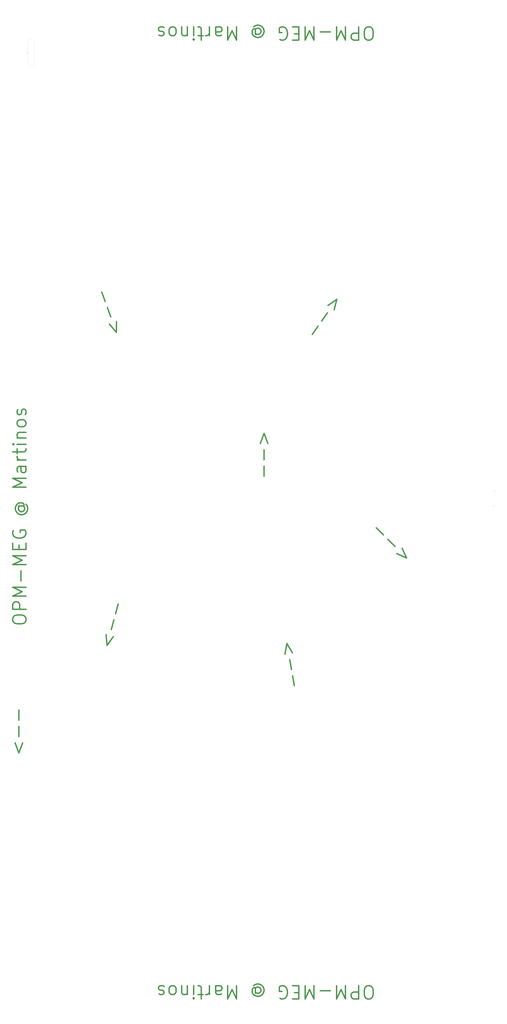
<source format=gbr>
%TF.GenerationSoftware,KiCad,Pcbnew,7.0.1-3b83917a11~172~ubuntu22.04.1*%
%TF.CreationDate,2023-12-10T13:38:52-05:00*%
%TF.ProjectId,coil_template_second,636f696c-5f74-4656-9d70-6c6174655f73,rev?*%
%TF.SameCoordinates,Original*%
%TF.FileFunction,Legend,Top*%
%TF.FilePolarity,Positive*%
%FSLAX46Y46*%
G04 Gerber Fmt 4.6, Leading zero omitted, Abs format (unit mm)*
G04 Created by KiCad (PCBNEW 7.0.1-3b83917a11~172~ubuntu22.04.1) date 2023-12-10 13:38:52*
%MOMM*%
%LPD*%
G01*
G04 APERTURE LIST*
%ADD10C,2.000000*%
%ADD11C,0.150000*%
%ADD12C,0.120000*%
G04 APERTURE END LIST*
D10*
X470286793Y-485833248D02*
X479027006Y-473350931D01*
X484489639Y-465549483D02*
X493229851Y-453067166D01*
X494011615Y-441988138D02*
X507432696Y-432783401D01*
X507432696Y-432783401D02*
X503373353Y-448543297D01*
X567144216Y-778161263D02*
X577919176Y-788936224D01*
X584653527Y-795670574D02*
X595428487Y-806445535D01*
X606203448Y-809139275D02*
X612937798Y-823954846D01*
X612937798Y-823954846D02*
X598122228Y-817220495D01*
X557619047Y-1490747619D02*
X553809523Y-1490747619D01*
X553809523Y-1490747619D02*
X551904761Y-1489795238D01*
X551904761Y-1489795238D02*
X549999999Y-1487890476D01*
X549999999Y-1487890476D02*
X549047618Y-1484080952D01*
X549047618Y-1484080952D02*
X549047618Y-1477414285D01*
X549047618Y-1477414285D02*
X549999999Y-1473604761D01*
X549999999Y-1473604761D02*
X551904761Y-1471700000D01*
X551904761Y-1471700000D02*
X553809523Y-1470747619D01*
X553809523Y-1470747619D02*
X557619047Y-1470747619D01*
X557619047Y-1470747619D02*
X559523809Y-1471700000D01*
X559523809Y-1471700000D02*
X561428571Y-1473604761D01*
X561428571Y-1473604761D02*
X562380952Y-1477414285D01*
X562380952Y-1477414285D02*
X562380952Y-1484080952D01*
X562380952Y-1484080952D02*
X561428571Y-1487890476D01*
X561428571Y-1487890476D02*
X559523809Y-1489795238D01*
X559523809Y-1489795238D02*
X557619047Y-1490747619D01*
X540476190Y-1470747619D02*
X540476190Y-1490747619D01*
X540476190Y-1490747619D02*
X532857142Y-1490747619D01*
X532857142Y-1490747619D02*
X530952380Y-1489795238D01*
X530952380Y-1489795238D02*
X529999999Y-1488842857D01*
X529999999Y-1488842857D02*
X529047618Y-1486938095D01*
X529047618Y-1486938095D02*
X529047618Y-1484080952D01*
X529047618Y-1484080952D02*
X529999999Y-1482176190D01*
X529999999Y-1482176190D02*
X530952380Y-1481223809D01*
X530952380Y-1481223809D02*
X532857142Y-1480271428D01*
X532857142Y-1480271428D02*
X540476190Y-1480271428D01*
X520476190Y-1470747619D02*
X520476190Y-1490747619D01*
X520476190Y-1490747619D02*
X513809523Y-1476461904D01*
X513809523Y-1476461904D02*
X507142856Y-1490747619D01*
X507142856Y-1490747619D02*
X507142856Y-1470747619D01*
X497619047Y-1478366666D02*
X482380952Y-1478366666D01*
X472857142Y-1470747619D02*
X472857142Y-1490747619D01*
X472857142Y-1490747619D02*
X466190475Y-1476461904D01*
X466190475Y-1476461904D02*
X459523808Y-1490747619D01*
X459523808Y-1490747619D02*
X459523808Y-1470747619D01*
X449999999Y-1481223809D02*
X443333332Y-1481223809D01*
X440476189Y-1470747619D02*
X449999999Y-1470747619D01*
X449999999Y-1470747619D02*
X449999999Y-1490747619D01*
X449999999Y-1490747619D02*
X440476189Y-1490747619D01*
X421428570Y-1489795238D02*
X423333332Y-1490747619D01*
X423333332Y-1490747619D02*
X426190475Y-1490747619D01*
X426190475Y-1490747619D02*
X429047618Y-1489795238D01*
X429047618Y-1489795238D02*
X430952380Y-1487890476D01*
X430952380Y-1487890476D02*
X431904761Y-1485985714D01*
X431904761Y-1485985714D02*
X432857142Y-1482176190D01*
X432857142Y-1482176190D02*
X432857142Y-1479319047D01*
X432857142Y-1479319047D02*
X431904761Y-1475509523D01*
X431904761Y-1475509523D02*
X430952380Y-1473604761D01*
X430952380Y-1473604761D02*
X429047618Y-1471700000D01*
X429047618Y-1471700000D02*
X426190475Y-1470747619D01*
X426190475Y-1470747619D02*
X424285713Y-1470747619D01*
X424285713Y-1470747619D02*
X421428570Y-1471700000D01*
X421428570Y-1471700000D02*
X420476189Y-1472652380D01*
X420476189Y-1472652380D02*
X420476189Y-1479319047D01*
X420476189Y-1479319047D02*
X424285713Y-1479319047D01*
X384285713Y-1480271428D02*
X385238094Y-1481223809D01*
X385238094Y-1481223809D02*
X387142856Y-1482176190D01*
X387142856Y-1482176190D02*
X389047618Y-1482176190D01*
X389047618Y-1482176190D02*
X390952380Y-1481223809D01*
X390952380Y-1481223809D02*
X391904761Y-1480271428D01*
X391904761Y-1480271428D02*
X392857142Y-1478366666D01*
X392857142Y-1478366666D02*
X392857142Y-1476461904D01*
X392857142Y-1476461904D02*
X391904761Y-1474557142D01*
X391904761Y-1474557142D02*
X390952380Y-1473604761D01*
X390952380Y-1473604761D02*
X389047618Y-1472652380D01*
X389047618Y-1472652380D02*
X387142856Y-1472652380D01*
X387142856Y-1472652380D02*
X385238094Y-1473604761D01*
X385238094Y-1473604761D02*
X384285713Y-1474557142D01*
X384285713Y-1482176190D02*
X384285713Y-1474557142D01*
X384285713Y-1474557142D02*
X383333332Y-1473604761D01*
X383333332Y-1473604761D02*
X382380951Y-1473604761D01*
X382380951Y-1473604761D02*
X380476190Y-1474557142D01*
X380476190Y-1474557142D02*
X379523809Y-1476461904D01*
X379523809Y-1476461904D02*
X379523809Y-1481223809D01*
X379523809Y-1481223809D02*
X381428571Y-1484080952D01*
X381428571Y-1484080952D02*
X384285713Y-1485985714D01*
X384285713Y-1485985714D02*
X388095237Y-1486938095D01*
X388095237Y-1486938095D02*
X391904761Y-1485985714D01*
X391904761Y-1485985714D02*
X394761904Y-1484080952D01*
X394761904Y-1484080952D02*
X396666666Y-1481223809D01*
X396666666Y-1481223809D02*
X397619047Y-1477414285D01*
X397619047Y-1477414285D02*
X396666666Y-1473604761D01*
X396666666Y-1473604761D02*
X394761904Y-1470747619D01*
X394761904Y-1470747619D02*
X391904761Y-1468842857D01*
X391904761Y-1468842857D02*
X388095237Y-1467890476D01*
X388095237Y-1467890476D02*
X384285713Y-1468842857D01*
X384285713Y-1468842857D02*
X381428571Y-1470747619D01*
X355714285Y-1470747619D02*
X355714285Y-1490747619D01*
X355714285Y-1490747619D02*
X349047618Y-1476461904D01*
X349047618Y-1476461904D02*
X342380951Y-1490747619D01*
X342380951Y-1490747619D02*
X342380951Y-1470747619D01*
X324285713Y-1470747619D02*
X324285713Y-1481223809D01*
X324285713Y-1481223809D02*
X325238094Y-1483128571D01*
X325238094Y-1483128571D02*
X327142856Y-1484080952D01*
X327142856Y-1484080952D02*
X330952380Y-1484080952D01*
X330952380Y-1484080952D02*
X332857142Y-1483128571D01*
X324285713Y-1471700000D02*
X326190475Y-1470747619D01*
X326190475Y-1470747619D02*
X330952380Y-1470747619D01*
X330952380Y-1470747619D02*
X332857142Y-1471700000D01*
X332857142Y-1471700000D02*
X333809523Y-1473604761D01*
X333809523Y-1473604761D02*
X333809523Y-1475509523D01*
X333809523Y-1475509523D02*
X332857142Y-1477414285D01*
X332857142Y-1477414285D02*
X330952380Y-1478366666D01*
X330952380Y-1478366666D02*
X326190475Y-1478366666D01*
X326190475Y-1478366666D02*
X324285713Y-1479319047D01*
X314761904Y-1470747619D02*
X314761904Y-1484080952D01*
X314761904Y-1480271428D02*
X313809523Y-1482176190D01*
X313809523Y-1482176190D02*
X312857142Y-1483128571D01*
X312857142Y-1483128571D02*
X310952380Y-1484080952D01*
X310952380Y-1484080952D02*
X309047618Y-1484080952D01*
X305238095Y-1484080952D02*
X297619047Y-1484080952D01*
X302380952Y-1490747619D02*
X302380952Y-1473604761D01*
X302380952Y-1473604761D02*
X301428571Y-1471700000D01*
X301428571Y-1471700000D02*
X299523809Y-1470747619D01*
X299523809Y-1470747619D02*
X297619047Y-1470747619D01*
X290952381Y-1470747619D02*
X290952381Y-1484080952D01*
X290952381Y-1490747619D02*
X291904762Y-1489795238D01*
X291904762Y-1489795238D02*
X290952381Y-1488842857D01*
X290952381Y-1488842857D02*
X290000000Y-1489795238D01*
X290000000Y-1489795238D02*
X290952381Y-1490747619D01*
X290952381Y-1490747619D02*
X290952381Y-1488842857D01*
X281428571Y-1484080952D02*
X281428571Y-1470747619D01*
X281428571Y-1482176190D02*
X280476190Y-1483128571D01*
X280476190Y-1483128571D02*
X278571428Y-1484080952D01*
X278571428Y-1484080952D02*
X275714285Y-1484080952D01*
X275714285Y-1484080952D02*
X273809523Y-1483128571D01*
X273809523Y-1483128571D02*
X272857142Y-1481223809D01*
X272857142Y-1481223809D02*
X272857142Y-1470747619D01*
X260476190Y-1470747619D02*
X262380952Y-1471700000D01*
X262380952Y-1471700000D02*
X263333333Y-1472652380D01*
X263333333Y-1472652380D02*
X264285714Y-1474557142D01*
X264285714Y-1474557142D02*
X264285714Y-1480271428D01*
X264285714Y-1480271428D02*
X263333333Y-1482176190D01*
X263333333Y-1482176190D02*
X262380952Y-1483128571D01*
X262380952Y-1483128571D02*
X260476190Y-1484080952D01*
X260476190Y-1484080952D02*
X257619047Y-1484080952D01*
X257619047Y-1484080952D02*
X255714285Y-1483128571D01*
X255714285Y-1483128571D02*
X254761904Y-1482176190D01*
X254761904Y-1482176190D02*
X253809523Y-1480271428D01*
X253809523Y-1480271428D02*
X253809523Y-1474557142D01*
X253809523Y-1474557142D02*
X254761904Y-1472652380D01*
X254761904Y-1472652380D02*
X255714285Y-1471700000D01*
X255714285Y-1471700000D02*
X257619047Y-1470747619D01*
X257619047Y-1470747619D02*
X260476190Y-1470747619D01*
X246190476Y-1471700000D02*
X244285714Y-1470747619D01*
X244285714Y-1470747619D02*
X240476190Y-1470747619D01*
X240476190Y-1470747619D02*
X238571428Y-1471700000D01*
X238571428Y-1471700000D02*
X237619047Y-1473604761D01*
X237619047Y-1473604761D02*
X237619047Y-1474557142D01*
X237619047Y-1474557142D02*
X238571428Y-1476461904D01*
X238571428Y-1476461904D02*
X240476190Y-1477414285D01*
X240476190Y-1477414285D02*
X243333333Y-1477414285D01*
X243333333Y-1477414285D02*
X245238095Y-1478366666D01*
X245238095Y-1478366666D02*
X246190476Y-1480271428D01*
X246190476Y-1480271428D02*
X246190476Y-1481223809D01*
X246190476Y-1481223809D02*
X245238095Y-1483128571D01*
X245238095Y-1483128571D02*
X243333333Y-1484080952D01*
X243333333Y-1484080952D02*
X240476190Y-1484080952D01*
X240476190Y-1484080952D02*
X238571428Y-1483128571D01*
X26562680Y-1053910030D02*
X26562680Y-1069148126D01*
X26562680Y-1078671935D02*
X26562680Y-1093910031D01*
X32276966Y-1103433840D02*
X26562680Y-1118671936D01*
X26562680Y-1118671936D02*
X20848394Y-1103433840D01*
X557619047Y-40747619D02*
X553809523Y-40747619D01*
X553809523Y-40747619D02*
X551904761Y-39795238D01*
X551904761Y-39795238D02*
X549999999Y-37890476D01*
X549999999Y-37890476D02*
X549047618Y-34080952D01*
X549047618Y-34080952D02*
X549047618Y-27414285D01*
X549047618Y-27414285D02*
X549999999Y-23604761D01*
X549999999Y-23604761D02*
X551904761Y-21700000D01*
X551904761Y-21700000D02*
X553809523Y-20747619D01*
X553809523Y-20747619D02*
X557619047Y-20747619D01*
X557619047Y-20747619D02*
X559523809Y-21700000D01*
X559523809Y-21700000D02*
X561428571Y-23604761D01*
X561428571Y-23604761D02*
X562380952Y-27414285D01*
X562380952Y-27414285D02*
X562380952Y-34080952D01*
X562380952Y-34080952D02*
X561428571Y-37890476D01*
X561428571Y-37890476D02*
X559523809Y-39795238D01*
X559523809Y-39795238D02*
X557619047Y-40747619D01*
X540476190Y-20747619D02*
X540476190Y-40747619D01*
X540476190Y-40747619D02*
X532857142Y-40747619D01*
X532857142Y-40747619D02*
X530952380Y-39795238D01*
X530952380Y-39795238D02*
X529999999Y-38842857D01*
X529999999Y-38842857D02*
X529047618Y-36938095D01*
X529047618Y-36938095D02*
X529047618Y-34080952D01*
X529047618Y-34080952D02*
X529999999Y-32176190D01*
X529999999Y-32176190D02*
X530952380Y-31223809D01*
X530952380Y-31223809D02*
X532857142Y-30271428D01*
X532857142Y-30271428D02*
X540476190Y-30271428D01*
X520476190Y-20747619D02*
X520476190Y-40747619D01*
X520476190Y-40747619D02*
X513809523Y-26461904D01*
X513809523Y-26461904D02*
X507142856Y-40747619D01*
X507142856Y-40747619D02*
X507142856Y-20747619D01*
X497619047Y-28366666D02*
X482380952Y-28366666D01*
X472857142Y-20747619D02*
X472857142Y-40747619D01*
X472857142Y-40747619D02*
X466190475Y-26461904D01*
X466190475Y-26461904D02*
X459523808Y-40747619D01*
X459523808Y-40747619D02*
X459523808Y-20747619D01*
X449999999Y-31223809D02*
X443333332Y-31223809D01*
X440476189Y-20747619D02*
X449999999Y-20747619D01*
X449999999Y-20747619D02*
X449999999Y-40747619D01*
X449999999Y-40747619D02*
X440476189Y-40747619D01*
X421428570Y-39795238D02*
X423333332Y-40747619D01*
X423333332Y-40747619D02*
X426190475Y-40747619D01*
X426190475Y-40747619D02*
X429047618Y-39795238D01*
X429047618Y-39795238D02*
X430952380Y-37890476D01*
X430952380Y-37890476D02*
X431904761Y-35985714D01*
X431904761Y-35985714D02*
X432857142Y-32176190D01*
X432857142Y-32176190D02*
X432857142Y-29319047D01*
X432857142Y-29319047D02*
X431904761Y-25509523D01*
X431904761Y-25509523D02*
X430952380Y-23604761D01*
X430952380Y-23604761D02*
X429047618Y-21700000D01*
X429047618Y-21700000D02*
X426190475Y-20747619D01*
X426190475Y-20747619D02*
X424285713Y-20747619D01*
X424285713Y-20747619D02*
X421428570Y-21700000D01*
X421428570Y-21700000D02*
X420476189Y-22652380D01*
X420476189Y-22652380D02*
X420476189Y-29319047D01*
X420476189Y-29319047D02*
X424285713Y-29319047D01*
X384285713Y-30271428D02*
X385238094Y-31223809D01*
X385238094Y-31223809D02*
X387142856Y-32176190D01*
X387142856Y-32176190D02*
X389047618Y-32176190D01*
X389047618Y-32176190D02*
X390952380Y-31223809D01*
X390952380Y-31223809D02*
X391904761Y-30271428D01*
X391904761Y-30271428D02*
X392857142Y-28366666D01*
X392857142Y-28366666D02*
X392857142Y-26461904D01*
X392857142Y-26461904D02*
X391904761Y-24557142D01*
X391904761Y-24557142D02*
X390952380Y-23604761D01*
X390952380Y-23604761D02*
X389047618Y-22652380D01*
X389047618Y-22652380D02*
X387142856Y-22652380D01*
X387142856Y-22652380D02*
X385238094Y-23604761D01*
X385238094Y-23604761D02*
X384285713Y-24557142D01*
X384285713Y-32176190D02*
X384285713Y-24557142D01*
X384285713Y-24557142D02*
X383333332Y-23604761D01*
X383333332Y-23604761D02*
X382380951Y-23604761D01*
X382380951Y-23604761D02*
X380476190Y-24557142D01*
X380476190Y-24557142D02*
X379523809Y-26461904D01*
X379523809Y-26461904D02*
X379523809Y-31223809D01*
X379523809Y-31223809D02*
X381428571Y-34080952D01*
X381428571Y-34080952D02*
X384285713Y-35985714D01*
X384285713Y-35985714D02*
X388095237Y-36938095D01*
X388095237Y-36938095D02*
X391904761Y-35985714D01*
X391904761Y-35985714D02*
X394761904Y-34080952D01*
X394761904Y-34080952D02*
X396666666Y-31223809D01*
X396666666Y-31223809D02*
X397619047Y-27414285D01*
X397619047Y-27414285D02*
X396666666Y-23604761D01*
X396666666Y-23604761D02*
X394761904Y-20747619D01*
X394761904Y-20747619D02*
X391904761Y-18842857D01*
X391904761Y-18842857D02*
X388095237Y-17890476D01*
X388095237Y-17890476D02*
X384285713Y-18842857D01*
X384285713Y-18842857D02*
X381428571Y-20747619D01*
X355714285Y-20747619D02*
X355714285Y-40747619D01*
X355714285Y-40747619D02*
X349047618Y-26461904D01*
X349047618Y-26461904D02*
X342380951Y-40747619D01*
X342380951Y-40747619D02*
X342380951Y-20747619D01*
X324285713Y-20747619D02*
X324285713Y-31223809D01*
X324285713Y-31223809D02*
X325238094Y-33128571D01*
X325238094Y-33128571D02*
X327142856Y-34080952D01*
X327142856Y-34080952D02*
X330952380Y-34080952D01*
X330952380Y-34080952D02*
X332857142Y-33128571D01*
X324285713Y-21700000D02*
X326190475Y-20747619D01*
X326190475Y-20747619D02*
X330952380Y-20747619D01*
X330952380Y-20747619D02*
X332857142Y-21700000D01*
X332857142Y-21700000D02*
X333809523Y-23604761D01*
X333809523Y-23604761D02*
X333809523Y-25509523D01*
X333809523Y-25509523D02*
X332857142Y-27414285D01*
X332857142Y-27414285D02*
X330952380Y-28366666D01*
X330952380Y-28366666D02*
X326190475Y-28366666D01*
X326190475Y-28366666D02*
X324285713Y-29319047D01*
X314761904Y-20747619D02*
X314761904Y-34080952D01*
X314761904Y-30271428D02*
X313809523Y-32176190D01*
X313809523Y-32176190D02*
X312857142Y-33128571D01*
X312857142Y-33128571D02*
X310952380Y-34080952D01*
X310952380Y-34080952D02*
X309047618Y-34080952D01*
X305238095Y-34080952D02*
X297619047Y-34080952D01*
X302380952Y-40747619D02*
X302380952Y-23604761D01*
X302380952Y-23604761D02*
X301428571Y-21700000D01*
X301428571Y-21700000D02*
X299523809Y-20747619D01*
X299523809Y-20747619D02*
X297619047Y-20747619D01*
X290952381Y-20747619D02*
X290952381Y-34080952D01*
X290952381Y-40747619D02*
X291904762Y-39795238D01*
X291904762Y-39795238D02*
X290952381Y-38842857D01*
X290952381Y-38842857D02*
X290000000Y-39795238D01*
X290000000Y-39795238D02*
X290952381Y-40747619D01*
X290952381Y-40747619D02*
X290952381Y-38842857D01*
X281428571Y-34080952D02*
X281428571Y-20747619D01*
X281428571Y-32176190D02*
X280476190Y-33128571D01*
X280476190Y-33128571D02*
X278571428Y-34080952D01*
X278571428Y-34080952D02*
X275714285Y-34080952D01*
X275714285Y-34080952D02*
X273809523Y-33128571D01*
X273809523Y-33128571D02*
X272857142Y-31223809D01*
X272857142Y-31223809D02*
X272857142Y-20747619D01*
X260476190Y-20747619D02*
X262380952Y-21700000D01*
X262380952Y-21700000D02*
X263333333Y-22652380D01*
X263333333Y-22652380D02*
X264285714Y-24557142D01*
X264285714Y-24557142D02*
X264285714Y-30271428D01*
X264285714Y-30271428D02*
X263333333Y-32176190D01*
X263333333Y-32176190D02*
X262380952Y-33128571D01*
X262380952Y-33128571D02*
X260476190Y-34080952D01*
X260476190Y-34080952D02*
X257619047Y-34080952D01*
X257619047Y-34080952D02*
X255714285Y-33128571D01*
X255714285Y-33128571D02*
X254761904Y-32176190D01*
X254761904Y-32176190D02*
X253809523Y-30271428D01*
X253809523Y-30271428D02*
X253809523Y-24557142D01*
X253809523Y-24557142D02*
X254761904Y-22652380D01*
X254761904Y-22652380D02*
X255714285Y-21700000D01*
X255714285Y-21700000D02*
X257619047Y-20747619D01*
X257619047Y-20747619D02*
X260476190Y-20747619D01*
X246190476Y-21700000D02*
X244285714Y-20747619D01*
X244285714Y-20747619D02*
X240476190Y-20747619D01*
X240476190Y-20747619D02*
X238571428Y-21700000D01*
X238571428Y-21700000D02*
X237619047Y-23604761D01*
X237619047Y-23604761D02*
X237619047Y-24557142D01*
X237619047Y-24557142D02*
X238571428Y-26461904D01*
X238571428Y-26461904D02*
X240476190Y-27414285D01*
X240476190Y-27414285D02*
X243333333Y-27414285D01*
X243333333Y-27414285D02*
X245238095Y-28366666D01*
X245238095Y-28366666D02*
X246190476Y-30271428D01*
X246190476Y-30271428D02*
X246190476Y-31223809D01*
X246190476Y-31223809D02*
X245238095Y-33128571D01*
X245238095Y-33128571D02*
X243333333Y-34080952D01*
X243333333Y-34080952D02*
X240476190Y-34080952D01*
X240476190Y-34080952D02*
X238571428Y-33128571D01*
X17284077Y-918644629D02*
X17284077Y-914835105D01*
X17284077Y-914835105D02*
X18236458Y-912930343D01*
X18236458Y-912930343D02*
X20141220Y-911025581D01*
X20141220Y-911025581D02*
X23950744Y-910073200D01*
X23950744Y-910073200D02*
X30617411Y-910073200D01*
X30617411Y-910073200D02*
X34426935Y-911025581D01*
X34426935Y-911025581D02*
X36331697Y-912930343D01*
X36331697Y-912930343D02*
X37284077Y-914835105D01*
X37284077Y-914835105D02*
X37284077Y-918644629D01*
X37284077Y-918644629D02*
X36331697Y-920549391D01*
X36331697Y-920549391D02*
X34426935Y-922454153D01*
X34426935Y-922454153D02*
X30617411Y-923406534D01*
X30617411Y-923406534D02*
X23950744Y-923406534D01*
X23950744Y-923406534D02*
X20141220Y-922454153D01*
X20141220Y-922454153D02*
X18236458Y-920549391D01*
X18236458Y-920549391D02*
X17284077Y-918644629D01*
X37284077Y-901501772D02*
X17284077Y-901501772D01*
X17284077Y-901501772D02*
X17284077Y-893882724D01*
X17284077Y-893882724D02*
X18236458Y-891977962D01*
X18236458Y-891977962D02*
X19188839Y-891025581D01*
X19188839Y-891025581D02*
X21093601Y-890073200D01*
X21093601Y-890073200D02*
X23950744Y-890073200D01*
X23950744Y-890073200D02*
X25855506Y-891025581D01*
X25855506Y-891025581D02*
X26807887Y-891977962D01*
X26807887Y-891977962D02*
X27760268Y-893882724D01*
X27760268Y-893882724D02*
X27760268Y-901501772D01*
X37284077Y-881501772D02*
X17284077Y-881501772D01*
X17284077Y-881501772D02*
X31569792Y-874835105D01*
X31569792Y-874835105D02*
X17284077Y-868168438D01*
X17284077Y-868168438D02*
X37284077Y-868168438D01*
X29665030Y-858644629D02*
X29665030Y-843406534D01*
X37284077Y-833882724D02*
X17284077Y-833882724D01*
X17284077Y-833882724D02*
X31569792Y-827216057D01*
X31569792Y-827216057D02*
X17284077Y-820549390D01*
X17284077Y-820549390D02*
X37284077Y-820549390D01*
X26807887Y-811025581D02*
X26807887Y-804358914D01*
X37284077Y-801501771D02*
X37284077Y-811025581D01*
X37284077Y-811025581D02*
X17284077Y-811025581D01*
X17284077Y-811025581D02*
X17284077Y-801501771D01*
X18236458Y-782454152D02*
X17284077Y-784358914D01*
X17284077Y-784358914D02*
X17284077Y-787216057D01*
X17284077Y-787216057D02*
X18236458Y-790073200D01*
X18236458Y-790073200D02*
X20141220Y-791977962D01*
X20141220Y-791977962D02*
X22045982Y-792930343D01*
X22045982Y-792930343D02*
X25855506Y-793882724D01*
X25855506Y-793882724D02*
X28712649Y-793882724D01*
X28712649Y-793882724D02*
X32522173Y-792930343D01*
X32522173Y-792930343D02*
X34426935Y-791977962D01*
X34426935Y-791977962D02*
X36331697Y-790073200D01*
X36331697Y-790073200D02*
X37284077Y-787216057D01*
X37284077Y-787216057D02*
X37284077Y-785311295D01*
X37284077Y-785311295D02*
X36331697Y-782454152D01*
X36331697Y-782454152D02*
X35379316Y-781501771D01*
X35379316Y-781501771D02*
X28712649Y-781501771D01*
X28712649Y-781501771D02*
X28712649Y-785311295D01*
X27760268Y-745311295D02*
X26807887Y-746263676D01*
X26807887Y-746263676D02*
X25855506Y-748168438D01*
X25855506Y-748168438D02*
X25855506Y-750073200D01*
X25855506Y-750073200D02*
X26807887Y-751977962D01*
X26807887Y-751977962D02*
X27760268Y-752930343D01*
X27760268Y-752930343D02*
X29665030Y-753882724D01*
X29665030Y-753882724D02*
X31569792Y-753882724D01*
X31569792Y-753882724D02*
X33474554Y-752930343D01*
X33474554Y-752930343D02*
X34426935Y-751977962D01*
X34426935Y-751977962D02*
X35379316Y-750073200D01*
X35379316Y-750073200D02*
X35379316Y-748168438D01*
X35379316Y-748168438D02*
X34426935Y-746263676D01*
X34426935Y-746263676D02*
X33474554Y-745311295D01*
X25855506Y-745311295D02*
X33474554Y-745311295D01*
X33474554Y-745311295D02*
X34426935Y-744358914D01*
X34426935Y-744358914D02*
X34426935Y-743406533D01*
X34426935Y-743406533D02*
X33474554Y-741501772D01*
X33474554Y-741501772D02*
X31569792Y-740549391D01*
X31569792Y-740549391D02*
X26807887Y-740549391D01*
X26807887Y-740549391D02*
X23950744Y-742454153D01*
X23950744Y-742454153D02*
X22045982Y-745311295D01*
X22045982Y-745311295D02*
X21093601Y-749120819D01*
X21093601Y-749120819D02*
X22045982Y-752930343D01*
X22045982Y-752930343D02*
X23950744Y-755787486D01*
X23950744Y-755787486D02*
X26807887Y-757692248D01*
X26807887Y-757692248D02*
X30617411Y-758644629D01*
X30617411Y-758644629D02*
X34426935Y-757692248D01*
X34426935Y-757692248D02*
X37284077Y-755787486D01*
X37284077Y-755787486D02*
X39188839Y-752930343D01*
X39188839Y-752930343D02*
X40141220Y-749120819D01*
X40141220Y-749120819D02*
X39188839Y-745311295D01*
X39188839Y-745311295D02*
X37284077Y-742454153D01*
X37284077Y-716739867D02*
X17284077Y-716739867D01*
X17284077Y-716739867D02*
X31569792Y-710073200D01*
X31569792Y-710073200D02*
X17284077Y-703406533D01*
X17284077Y-703406533D02*
X37284077Y-703406533D01*
X37284077Y-685311295D02*
X26807887Y-685311295D01*
X26807887Y-685311295D02*
X24903125Y-686263676D01*
X24903125Y-686263676D02*
X23950744Y-688168438D01*
X23950744Y-688168438D02*
X23950744Y-691977962D01*
X23950744Y-691977962D02*
X24903125Y-693882724D01*
X36331697Y-685311295D02*
X37284077Y-687216057D01*
X37284077Y-687216057D02*
X37284077Y-691977962D01*
X37284077Y-691977962D02*
X36331697Y-693882724D01*
X36331697Y-693882724D02*
X34426935Y-694835105D01*
X34426935Y-694835105D02*
X32522173Y-694835105D01*
X32522173Y-694835105D02*
X30617411Y-693882724D01*
X30617411Y-693882724D02*
X29665030Y-691977962D01*
X29665030Y-691977962D02*
X29665030Y-687216057D01*
X29665030Y-687216057D02*
X28712649Y-685311295D01*
X37284077Y-675787486D02*
X23950744Y-675787486D01*
X27760268Y-675787486D02*
X25855506Y-674835105D01*
X25855506Y-674835105D02*
X24903125Y-673882724D01*
X24903125Y-673882724D02*
X23950744Y-671977962D01*
X23950744Y-671977962D02*
X23950744Y-670073200D01*
X23950744Y-666263677D02*
X23950744Y-658644629D01*
X17284077Y-663406534D02*
X34426935Y-663406534D01*
X34426935Y-663406534D02*
X36331697Y-662454153D01*
X36331697Y-662454153D02*
X37284077Y-660549391D01*
X37284077Y-660549391D02*
X37284077Y-658644629D01*
X37284077Y-651977963D02*
X23950744Y-651977963D01*
X17284077Y-651977963D02*
X18236458Y-652930344D01*
X18236458Y-652930344D02*
X19188839Y-651977963D01*
X19188839Y-651977963D02*
X18236458Y-651025582D01*
X18236458Y-651025582D02*
X17284077Y-651977963D01*
X17284077Y-651977963D02*
X19188839Y-651977963D01*
X23950744Y-642454153D02*
X37284077Y-642454153D01*
X25855506Y-642454153D02*
X24903125Y-641501772D01*
X24903125Y-641501772D02*
X23950744Y-639597010D01*
X23950744Y-639597010D02*
X23950744Y-636739867D01*
X23950744Y-636739867D02*
X24903125Y-634835105D01*
X24903125Y-634835105D02*
X26807887Y-633882724D01*
X26807887Y-633882724D02*
X37284077Y-633882724D01*
X37284077Y-621501772D02*
X36331697Y-623406534D01*
X36331697Y-623406534D02*
X35379316Y-624358915D01*
X35379316Y-624358915D02*
X33474554Y-625311296D01*
X33474554Y-625311296D02*
X27760268Y-625311296D01*
X27760268Y-625311296D02*
X25855506Y-624358915D01*
X25855506Y-624358915D02*
X24903125Y-623406534D01*
X24903125Y-623406534D02*
X23950744Y-621501772D01*
X23950744Y-621501772D02*
X23950744Y-618644629D01*
X23950744Y-618644629D02*
X24903125Y-616739867D01*
X24903125Y-616739867D02*
X25855506Y-615787486D01*
X25855506Y-615787486D02*
X27760268Y-614835105D01*
X27760268Y-614835105D02*
X33474554Y-614835105D01*
X33474554Y-614835105D02*
X35379316Y-615787486D01*
X35379316Y-615787486D02*
X36331697Y-616739867D01*
X36331697Y-616739867D02*
X37284077Y-618644629D01*
X37284077Y-618644629D02*
X37284077Y-621501772D01*
X36331697Y-607216058D02*
X37284077Y-605311296D01*
X37284077Y-605311296D02*
X37284077Y-601501772D01*
X37284077Y-601501772D02*
X36331697Y-599597010D01*
X36331697Y-599597010D02*
X34426935Y-598644629D01*
X34426935Y-598644629D02*
X33474554Y-598644629D01*
X33474554Y-598644629D02*
X31569792Y-599597010D01*
X31569792Y-599597010D02*
X30617411Y-601501772D01*
X30617411Y-601501772D02*
X30617411Y-604358915D01*
X30617411Y-604358915D02*
X29665030Y-606263677D01*
X29665030Y-606263677D02*
X27760268Y-607216058D01*
X27760268Y-607216058D02*
X26807887Y-607216058D01*
X26807887Y-607216058D02*
X24903125Y-606263677D01*
X24903125Y-606263677D02*
X23950744Y-604358915D01*
X23950744Y-604358915D02*
X23950744Y-601501772D01*
X23950744Y-601501772D02*
X24903125Y-599597010D01*
X443195170Y-1016988002D02*
X440549103Y-1001981408D01*
X438895310Y-992602286D02*
X436249243Y-977595692D01*
X428967978Y-969208845D02*
X431949383Y-953209976D01*
X431949383Y-953209976D02*
X440222924Y-967224295D01*
X176724317Y-893517926D02*
X172780408Y-908236796D01*
X170315465Y-917436090D02*
X166371555Y-932154960D01*
X169426188Y-942833219D02*
X159962703Y-956073123D01*
X159962703Y-956073123D02*
X158387036Y-939875287D01*
X397415745Y-700199152D02*
X397415745Y-684961057D01*
X397415745Y-675437247D02*
X397415745Y-660199152D01*
X391701459Y-650675342D02*
X397415745Y-635437247D01*
X397415745Y-635437247D02*
X403130031Y-650675342D01*
X151908420Y-421723987D02*
X157120156Y-436043113D01*
X160377491Y-444992567D02*
X165589226Y-459311693D01*
X174216233Y-466306745D02*
X174058296Y-482580272D01*
X174058296Y-482580272D02*
X163476889Y-470215547D01*
D11*
%TO.C,J1*%
X38462619Y-60588333D02*
X39176904Y-60588333D01*
X39176904Y-60588333D02*
X39319761Y-60635952D01*
X39319761Y-60635952D02*
X39415000Y-60731190D01*
X39415000Y-60731190D02*
X39462619Y-60874047D01*
X39462619Y-60874047D02*
X39462619Y-60969285D01*
X39462619Y-59588333D02*
X39462619Y-60159761D01*
X39462619Y-59874047D02*
X38462619Y-59874047D01*
X38462619Y-59874047D02*
X38605476Y-59969285D01*
X38605476Y-59969285D02*
X38700714Y-60064523D01*
X38700714Y-60064523D02*
X38748333Y-60159761D01*
%TO.C,J2*%
X745500533Y-722278375D02*
X745500533Y-722992660D01*
X745500533Y-722992660D02*
X745452914Y-723135517D01*
X745452914Y-723135517D02*
X745357676Y-723230756D01*
X745357676Y-723230756D02*
X745214819Y-723278375D01*
X745214819Y-723278375D02*
X745119581Y-723278375D01*
X745929105Y-722373613D02*
X745976724Y-722325994D01*
X745976724Y-722325994D02*
X746071962Y-722278375D01*
X746071962Y-722278375D02*
X746310057Y-722278375D01*
X746310057Y-722278375D02*
X746405295Y-722325994D01*
X746405295Y-722325994D02*
X746452914Y-722373613D01*
X746452914Y-722373613D02*
X746500533Y-722468851D01*
X746500533Y-722468851D02*
X746500533Y-722564089D01*
X746500533Y-722564089D02*
X746452914Y-722706946D01*
X746452914Y-722706946D02*
X745881486Y-723278375D01*
X745881486Y-723278375D02*
X746500533Y-723278375D01*
%TO.C,J1*%
X744666666Y-744442102D02*
X744666666Y-745156387D01*
X744666666Y-745156387D02*
X744619047Y-745299244D01*
X744619047Y-745299244D02*
X744523809Y-745394483D01*
X744523809Y-745394483D02*
X744380952Y-745442102D01*
X744380952Y-745442102D02*
X744285714Y-745442102D01*
X745666666Y-745442102D02*
X745095238Y-745442102D01*
X745380952Y-745442102D02*
X745380952Y-744442102D01*
X745380952Y-744442102D02*
X745285714Y-744584959D01*
X745285714Y-744584959D02*
X745190476Y-744680197D01*
X745190476Y-744680197D02*
X745095238Y-744727816D01*
D12*
X39990000Y-45240000D02*
X39990000Y-75240000D01*
X50490000Y-75240000D02*
X50490000Y-45240000D01*
X50490000Y-45240000D02*
G75*
G03*
X39990000Y-45240000I-5250000J0D01*
G01*
X39990000Y-75240000D02*
G75*
G03*
X50490000Y-75240000I5250000J0D01*
G01*
%TD*%
M02*

</source>
